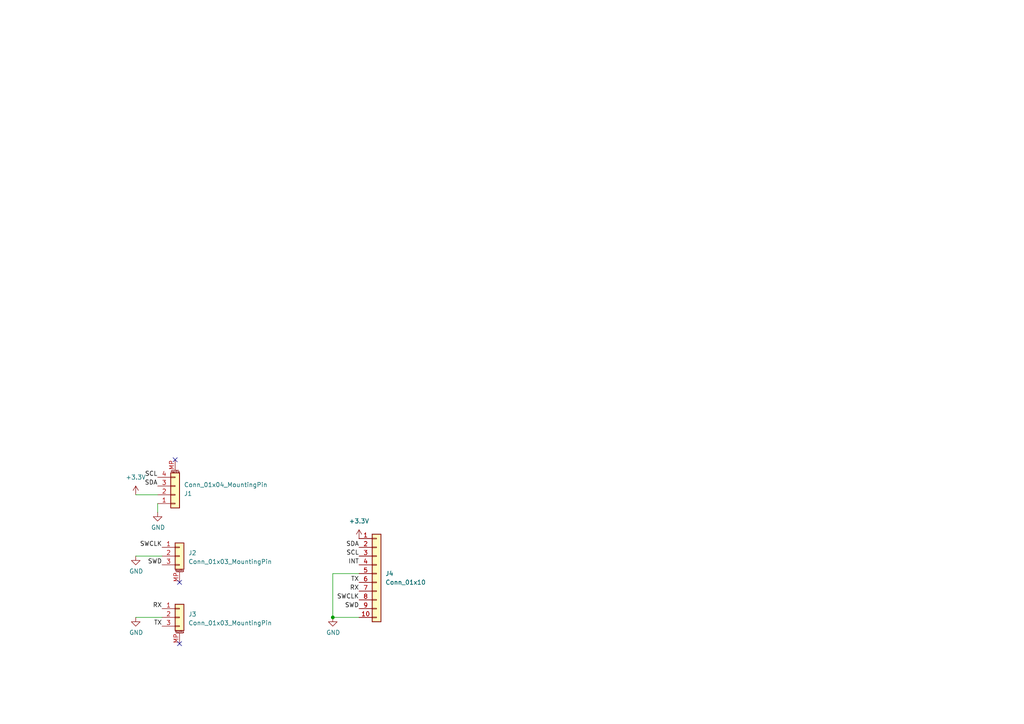
<source format=kicad_sch>
(kicad_sch (version 20231120) (generator "eeschema") (generator_version "8.0")
  (paper "A4")
  (lib_symbols
    (symbol "Connector_Generic:Conn_01x10" (pin_names (offset 1.016) hide)
      (property "Reference" "J" (at 0 12.7 0))
      (property "Value" "Conn_01x10" (at 0 -15.24 0))
      (symbol "Conn_01x10_1_1"
        (rectangle (start -1.27 -12.573) (end 0 -12.827) (stroke (width 0.1524)))
        (rectangle (start -1.27 -10.033) (end 0 -10.287) (stroke (width 0.1524)))
        (rectangle (start -1.27 -7.493) (end 0 -7.747) (stroke (width 0.1524)))
        (rectangle (start -1.27 -4.953) (end 0 -5.207) (stroke (width 0.1524)))
        (rectangle (start -1.27 -2.413) (end 0 -2.667) (stroke (width 0.1524)))
        (rectangle (start -1.27 0.127) (end 0 -0.127) (stroke (width 0.1524)))
        (rectangle (start -1.27 2.667) (end 0 2.413) (stroke (width 0.1524)))
        (rectangle (start -1.27 5.207) (end 0 4.953) (stroke (width 0.1524)))
        (rectangle (start -1.27 7.747) (end 0 7.493) (stroke (width 0.1524)))
        (rectangle (start -1.27 10.287) (end 0 10.033) (stroke (width 0.1524)))
        (rectangle (start -1.27 11.43) (end 1.27 -13.97) (stroke (width 0.254)) (fill (type background)))
        (pin passive line (at -5.08 10.16 0) (length 3.81) (name "Pin_1") (number "1"))
        (pin passive line (at -5.08 -12.7 0) (length 3.81) (name "Pin_10") (number "10"))
        (pin passive line (at -5.08 7.62 0) (length 3.81) (name "Pin_2") (number "2"))
        (pin passive line (at -5.08 5.08 0) (length 3.81) (name "Pin_3") (number "3"))
        (pin passive line (at -5.08 2.54 0) (length 3.81) (name "Pin_4") (number "4"))
        (pin passive line (at -5.08 0 0) (length 3.81) (name "Pin_5") (number "5"))
        (pin passive line (at -5.08 -2.54 0) (length 3.81) (name "Pin_6") (number "6"))
        (pin passive line (at -5.08 -5.08 0) (length 3.81) (name "Pin_7") (number "7"))
        (pin passive line (at -5.08 -7.62 0) (length 3.81) (name "Pin_8") (number "8"))
        (pin passive line (at -5.08 -10.16 0) (length 3.81) (name "Pin_9") (number "9"))
      )
    )
    (symbol "Connector_Generic_MountingPin:Conn_01x03_MountingPin" (pin_names (offset 1.016) hide)
      (property "Reference" "J" (at 0 5.08 0))
      (property "Value" "Conn_01x03_MountingPin" (at 1.27 -5.08 0))
      (symbol "Conn_01x03_MountingPin_1_1"
        (rectangle (start -1.27 -2.413) (end 0 -2.667) (stroke (width 0.1524)))
        (rectangle (start -1.27 0.127) (end 0 -0.127) (stroke (width 0.1524)))
        (rectangle (start -1.27 2.667) (end 0 2.413) (stroke (width 0.1524)))
        (rectangle (start -1.27 3.81) (end 1.27 -3.81) (stroke (width 0.254)) (fill (type background)))
        (polyline (pts (xy -1.016 -4.572) (xy 1.016 -4.572)) (stroke (width 0.1524)))
        (text "Mounting" (at 0 -4.191 0) (effects (font (size 0.381 0.381))))
        (pin passive line (at -5.08 2.54 0) (length 3.81) (name "Pin_1") (number "1"))
        (pin passive line (at -5.08 0 0) (length 3.81) (name "Pin_2") (number "2"))
        (pin passive line (at -5.08 -2.54 0) (length 3.81) (name "Pin_3") (number "3"))
        (pin passive line (at 0 -7.62 90) (length 3.048) (name "MountPin") (number "MP"))
      )
    )
    (symbol "Connector_Generic_MountingPin:Conn_01x04_MountingPin" (pin_names (offset 1.016) hide)
      (property "Reference" "J" (at 0 5.08 0))
      (property "Value" "Conn_01x04_MountingPin" (at 1.27 -7.62 0))
      (symbol "Conn_01x04_MountingPin_1_1"
        (rectangle (start -1.27 -4.953) (end 0 -5.207) (stroke (width 0.1524)))
        (rectangle (start -1.27 -2.413) (end 0 -2.667) (stroke (width 0.1524)))
        (rectangle (start -1.27 0.127) (end 0 -0.127) (stroke (width 0.1524)))
        (rectangle (start -1.27 2.667) (end 0 2.413) (stroke (width 0.1524)))
        (rectangle (start -1.27 3.81) (end 1.27 -6.35) (stroke (width 0.254)) (fill (type background)))
        (polyline (pts (xy -1.016 -7.112) (xy 1.016 -7.112)) (stroke (width 0.1524)))
        (text "Mounting" (at 0 -6.731 0) (effects (font (size 0.381 0.381))))
        (pin passive line (at -5.08 2.54 0) (length 3.81) (name "Pin_1") (number "1"))
        (pin passive line (at -5.08 0 0) (length 3.81) (name "Pin_2") (number "2"))
        (pin passive line (at -5.08 -2.54 0) (length 3.81) (name "Pin_3") (number "3"))
        (pin passive line (at -5.08 -5.08 0) (length 3.81) (name "Pin_4") (number "4"))
        (pin passive line (at 0 -10.16 90) (length 3.048) (name "MountPin") (number "MP"))
      )
    )
    (symbol "power:+3.3V" (power) (pin_numbers hide) (pin_names (offset 0) hide)
      (property "Value" "+3.3V" (at 0 3.556 0))
      (symbol "+3.3V_0_1"
        (polyline (pts (xy -0.762 1.27) (xy 0 2.54)))
        (polyline (pts (xy 0 0) (xy 0 2.54)))
        (polyline (pts (xy 0 2.54) (xy 0.762 1.27)))
      )
      (symbol "+3.3V_1_1"
        (pin power_in line (at 0 0 90) (length 0) (name "~") (number "1"))
      )
    )
    (symbol "power:GND" (power) (pin_numbers hide) (pin_names (offset 0) hide)
      (property "Value" "GND" (at 0 -3.81 0))
      (symbol "GND_0_1"
        (polyline (pts (xy 0 0) (xy 0 -1.27) (xy 1.27 -1.27) (xy 0 -2.54) (xy -1.27 -1.27) (xy 0 -1.27)))
      )
      (symbol "GND_1_1"
        (pin power_in line (at 0 0 270) (length 0) (name "~") (number "1"))
      )
    )
  )
  (junction (at 96.52 179.07))
  (no_connect (at 50.8 133.35))
  (no_connect (at 52.07 168.91))
  (no_connect (at 52.07 186.69))
  (wire (pts (xy 45.72 148.59) (xy 45.72 146.05)))
  (wire (pts (xy 104.14 166.37) (xy 96.52 166.37)))
  (wire (pts (xy 96.52 179.07) (xy 104.14 179.07)))
  (wire (pts (xy 39.37 179.07) (xy 46.99 179.07)))
  (wire (pts (xy 39.37 143.51) (xy 45.72 143.51)))
  (wire (pts (xy 39.37 161.29) (xy 46.99 161.29)))
  (wire (pts (xy 96.52 166.37) (xy 96.52 179.07)))
  (label "SDA" (at 45.72 140.97 180))
  (label "RX" (at 46.99 176.53 180))
  (label "SWCLK" (at 104.14 173.99 180))
  (label "RX" (at 104.14 171.45 180))
  (label "SCL" (at 104.14 161.29 180))
  (label "SWD" (at 104.14 176.53 180))
  (label "TX" (at 46.99 181.61 180))
  (label "SDA" (at 104.14 158.75 180))
  (label "INT" (at 104.14 163.83 180))
  (label "SWCLK" (at 46.99 158.75 180))
  (label "TX" (at 104.14 168.91 180))
  (label "SWD" (at 46.99 163.83 180))
  (label "SCL" (at 45.72 138.43 180))
  (symbol (lib_id "power:GND") (at 96.52 179.07 0) (unit 1)
    (property "Reference" "#PWR06" (effects (hide yes)))
    (property "Value" "GND" (at 96.647 183.4642 0))
  )
  (symbol (lib_id "Connector_Generic_MountingPin:Conn_01x03_MountingPin") (at 52.07 161.29 0) (unit 1)
    (property "Reference" "J2" (at 54.61 160.3756 0) (effects (justify left)))
    (property "Value" "Conn_01x03_MountingPin" (at 54.61 162.9156 0) (effects (justify left)))
    (property "Footprint" "Connector_JST:JST_SH_SM03B-SRSS-TB_1x03-1MP_P1.00mm_Horizontal" (effects (hide yes)))
  )
  (symbol (lib_id "power:+3.3V") (at 104.14 156.21 0) (unit 1)
    (property "Reference" "#PWR05" (effects (hide yes)))
    (property "Value" "+3.3V" (at 104.14 151.13 0))
    (property "Description" "Power symbol creates a global label with name \"+3.3V\"" (effects (hide yes)))
  )
  (symbol (lib_id "power:+3.3V") (at 39.37 143.51 0) (unit 1)
    (property "Reference" "#PWR01" (effects (hide yes)))
    (property "Value" "+3.3V" (at 39.37 138.43 0))
    (property "Description" "Power symbol creates a global label with name \"+3.3V\"" (effects (hide yes)))
  )
  (symbol (lib_id "Connector_Generic:Conn_01x10") (at 109.22 166.37 0) (unit 1)
    (property "Reference" "J4" (at 111.76 166.3699 0) (effects (justify left)))
    (property "Value" "Conn_01x10" (at 111.76 168.9099 0) (effects (justify left)))
    (property "Footprint" "Connector_PinHeader_2.54mm:PinHeader_1x10_P2.54mm_Vertical" (effects (hide yes)))
    (property "Description" "Generic connector, single row, 01x10, script generated (kicad-library-utils/schlib/autogen/connector/)" (effects (hide yes)))
  )
  (symbol (lib_id "Connector_Generic_MountingPin:Conn_01x04_MountingPin") (at 50.8 143.51 0) (mirror x) (unit 1)
    (property "Reference" "J1" (at 53.34 143.1545 0) (effects (justify left)))
    (property "Value" "Conn_01x04_MountingPin" (at 53.34 140.6145 0) (effects (justify left)))
    (property "Footprint" "Connector_JST:JST_SH_SM04B-SRSS-TB_1x04-1MP_P1.00mm_Horizontal" (effects (hide yes)))
    (property "Description" "Generic connectable mounting pin connector, single row, 01x04, script generated (kicad-library-utils/schlib/autogen/connector/)" (effects (hide yes)))
  )
  (symbol (lib_id "Connector_Generic_MountingPin:Conn_01x03_MountingPin") (at 52.07 179.07 0) (unit 1)
    (property "Reference" "J3" (at 54.61 178.1556 0) (effects (justify left)))
    (property "Value" "Conn_01x03_MountingPin" (at 54.61 180.6956 0) (effects (justify left)))
    (property "Footprint" "Connector_JST:JST_SH_SM03B-SRSS-TB_1x03-1MP_P1.00mm_Horizontal" (effects (hide yes)))
  )
  (symbol (lib_id "power:GND") (at 39.37 179.07 0) (unit 1)
    (property "Reference" "#PWR04" (effects (hide yes)))
    (property "Value" "GND" (at 39.497 183.4642 0))
  )
  (symbol (lib_id "power:GND") (at 39.37 161.29 0) (unit 1)
    (property "Reference" "#PWR03" (effects (hide yes)))
    (property "Value" "GND" (at 39.497 165.6842 0))
  )
  (symbol (lib_id "power:GND") (at 45.72 148.59 0) (unit 1)
    (property "Reference" "#PWR02" (effects (hide yes)))
    (property "Value" "GND" (at 45.847 152.9842 0))
  )
)
</source>
